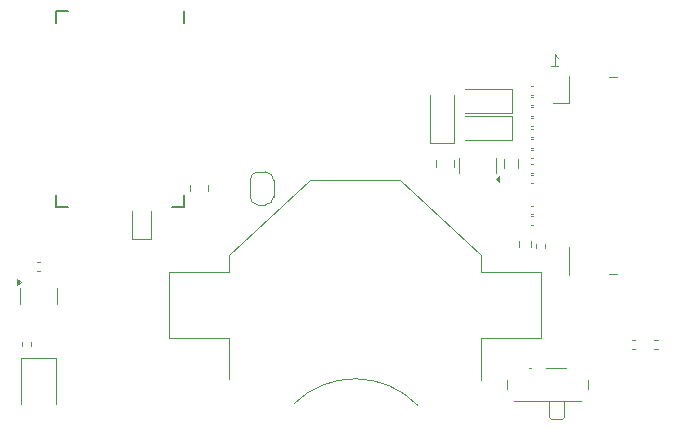
<source format=gbr>
%TF.GenerationSoftware,KiCad,Pcbnew,8.99.0-unknown-7a4b3602b9~181~ubuntu24.04.1*%
%TF.CreationDate,2024-12-15T13:41:47-05:00*%
%TF.ProjectId,nRF54L_ePaper,6e524635-344c-45f6-9550-617065722e6b,rev?*%
%TF.SameCoordinates,Original*%
%TF.FileFunction,Legend,Bot*%
%TF.FilePolarity,Positive*%
%FSLAX46Y46*%
G04 Gerber Fmt 4.6, Leading zero omitted, Abs format (unit mm)*
G04 Created by KiCad (PCBNEW 8.99.0-unknown-7a4b3602b9~181~ubuntu24.04.1) date 2024-12-15 13:41:47*
%MOMM*%
%LPD*%
G01*
G04 APERTURE LIST*
%ADD10C,0.100000*%
%ADD11C,0.120000*%
%ADD12C,0.150000*%
G04 APERTURE END LIST*
D10*
X145602306Y-43762419D02*
X146173734Y-43762419D01*
X145888020Y-43762419D02*
X145888020Y-42762419D01*
X145888020Y-42762419D02*
X145983258Y-42905276D01*
X145983258Y-42905276D02*
X146078496Y-43000514D01*
X146078496Y-43000514D02*
X146173734Y-43048133D01*
D11*
%TO.C,R7*%
X102353641Y-60320000D02*
X102046359Y-60320000D01*
X102353641Y-61080000D02*
X102046359Y-61080000D01*
%TO.C,R9*%
X152743641Y-66920000D02*
X152436359Y-66920000D01*
X152743641Y-67680000D02*
X152436359Y-67680000D01*
%TO.C,R8*%
X100820000Y-67453641D02*
X100820000Y-67146359D01*
X101580000Y-67453641D02*
X101580000Y-67146359D01*
%TO.C,C23*%
X144082836Y-55565000D02*
X143867164Y-55565000D01*
X144082836Y-56285000D02*
X143867164Y-56285000D01*
%TO.C,D1*%
X135375000Y-46225000D02*
X135375000Y-50235000D01*
X135375000Y-50235000D02*
X137375000Y-50235000D01*
X137375000Y-46225000D02*
X137375000Y-50235000D01*
%TO.C,J2*%
X145800000Y-46900000D02*
X147100000Y-46900000D01*
X147100000Y-44600000D02*
X147100000Y-46900000D01*
X147100000Y-61400000D02*
X147100000Y-59100000D01*
X151180000Y-44630000D02*
X150500000Y-44630000D01*
X151180000Y-61370000D02*
X150500000Y-61370000D01*
%TO.C,C14*%
X144107836Y-46340000D02*
X143892164Y-46340000D01*
X144107836Y-47060000D02*
X143892164Y-47060000D01*
%TO.C,JP1*%
X120100000Y-54800000D02*
X120100000Y-53400000D01*
X120800000Y-52700000D02*
X121400000Y-52700000D01*
X121400000Y-55500000D02*
X120800000Y-55500000D01*
X122100000Y-53400000D02*
X122100000Y-54800000D01*
X120100000Y-53400000D02*
G75*
G02*
X120800000Y-52700000I700000J0D01*
G01*
X120800000Y-55500000D02*
G75*
G02*
X120100000Y-54800000I-1J699999D01*
G01*
X121400000Y-52700000D02*
G75*
G02*
X122100000Y-53400000I0J-700000D01*
G01*
X122100000Y-54800000D02*
G75*
G02*
X121400000Y-55500000I-699999J-1D01*
G01*
%TO.C,D3*%
X138300000Y-45700000D02*
X142310000Y-45700000D01*
X138300000Y-47700000D02*
X142310000Y-47700000D01*
X142310000Y-47700000D02*
X142310000Y-45700000D01*
%TO.C,C24*%
X144082836Y-56440000D02*
X143867164Y-56440000D01*
X144082836Y-57160000D02*
X143867164Y-57160000D01*
%TO.C,C20*%
X144107836Y-50840000D02*
X143892164Y-50840000D01*
X144107836Y-51560000D02*
X143892164Y-51560000D01*
%TO.C,R1*%
X144320000Y-59153641D02*
X144320000Y-58846359D01*
X145080000Y-59153641D02*
X145080000Y-58846359D01*
%TO.C,C15*%
X144107836Y-47240000D02*
X143892164Y-47240000D01*
X144107836Y-47960000D02*
X143892164Y-47960000D01*
%TO.C,R3*%
X142877500Y-59037258D02*
X142877500Y-58562742D01*
X143922500Y-59037258D02*
X143922500Y-58562742D01*
%TO.C,C22*%
X144107836Y-52040000D02*
X143892164Y-52040000D01*
X144107836Y-52760000D02*
X143892164Y-52760000D01*
%TO.C,C19*%
X144107836Y-49940000D02*
X143892164Y-49940000D01*
X144107836Y-50660000D02*
X143892164Y-50660000D01*
%TO.C,R10*%
X154336359Y-66920000D02*
X154643641Y-66920000D01*
X154336359Y-67680000D02*
X154643641Y-67680000D01*
%TO.C,BT1*%
X113250000Y-66800000D02*
X113250000Y-61200000D01*
X118320000Y-59750000D02*
X118320000Y-61200000D01*
X118320000Y-61200000D02*
X113250000Y-61200000D01*
X118320000Y-66800000D02*
X113250000Y-66800000D01*
X118320000Y-70280000D02*
X118320000Y-66800000D01*
X125200000Y-53370000D02*
X118320000Y-59750000D01*
X125200000Y-53370000D02*
X132800000Y-53370000D01*
X132800000Y-53370000D02*
X139680000Y-59750000D01*
X139680000Y-59750000D02*
X139680000Y-61200000D01*
X139680000Y-66800000D02*
X144750000Y-66800000D01*
X139680000Y-70350000D02*
X139680000Y-66800000D01*
X144750000Y-61200000D02*
X139680000Y-61200000D01*
X144750000Y-66800000D02*
X144750000Y-61200000D01*
X123830001Y-72330001D02*
G75*
G02*
X134306422Y-72467392I5169999J-5270000D01*
G01*
%TO.C,D4*%
X100740000Y-68465000D02*
X100740000Y-72350000D01*
X103660000Y-68465000D02*
X100740000Y-68465000D01*
X103660000Y-72350000D02*
X103660000Y-68465000D01*
%TO.C,Q2*%
X100640000Y-62550000D02*
X100640000Y-63200000D01*
X100640000Y-63850000D02*
X100640000Y-63200000D01*
X103760000Y-62550000D02*
X103760000Y-63200000D01*
X103760000Y-63850000D02*
X103760000Y-63200000D01*
X100690000Y-62037500D02*
X100360000Y-62277500D01*
X100360000Y-61797500D01*
X100690000Y-62037500D01*
G36*
X100690000Y-62037500D02*
G01*
X100360000Y-62277500D01*
X100360000Y-61797500D01*
X100690000Y-62037500D01*
G37*
%TO.C,C18*%
X144107836Y-49040000D02*
X143892164Y-49040000D01*
X144107836Y-49760000D02*
X143892164Y-49760000D01*
%TO.C,D2*%
X138305000Y-48000000D02*
X142315000Y-48000000D01*
X138305000Y-50000000D02*
X142315000Y-50000000D01*
X142315000Y-50000000D02*
X142315000Y-48000000D01*
%TO.C,C17*%
X144107836Y-48140000D02*
X143892164Y-48140000D01*
X144107836Y-48860000D02*
X143892164Y-48860000D01*
%TO.C,SW5*%
X141850000Y-70330000D02*
X141850000Y-71120000D01*
X142450000Y-72130000D02*
X148150000Y-72130000D01*
X143700000Y-69280000D02*
X143900000Y-69280000D01*
X145200000Y-69280000D02*
X146900000Y-69280000D01*
X145400000Y-72130000D02*
X145400000Y-73420000D01*
X145600000Y-73630000D02*
X145400000Y-73420000D01*
X145600000Y-73630000D02*
X146500000Y-73630000D01*
X146500000Y-73630000D02*
X146700000Y-73420000D01*
X146700000Y-73420000D02*
X146700000Y-72130000D01*
X148750000Y-71120000D02*
X148750000Y-70330000D01*
%TO.C,C1*%
X115065000Y-53838748D02*
X115065000Y-54361252D01*
X116535000Y-53838748D02*
X116535000Y-54361252D01*
%TO.C,C21*%
X144107836Y-52940000D02*
X143892164Y-52940000D01*
X144107836Y-53660000D02*
X143892164Y-53660000D01*
%TO.C,Y2*%
X110100000Y-55975000D02*
X110100000Y-58375000D01*
X110100000Y-58375000D02*
X111700000Y-58375000D01*
X111700000Y-58375000D02*
X111700000Y-55975000D01*
%TO.C,C13*%
X144107836Y-45440000D02*
X143892164Y-45440000D01*
X144107836Y-46160000D02*
X143892164Y-46160000D01*
%TO.C,C2*%
X135895000Y-51728748D02*
X135895000Y-52251252D01*
X137365000Y-51728748D02*
X137365000Y-52251252D01*
%TO.C,Q1*%
X137827500Y-51500000D02*
X137827500Y-52150000D01*
X137827500Y-52800000D02*
X137827500Y-52150000D01*
X140947500Y-51500000D02*
X140947500Y-52150000D01*
X140947500Y-52800000D02*
X140947500Y-52150000D01*
X141227500Y-53552500D02*
X140897500Y-53312500D01*
X141227500Y-53072500D01*
X141227500Y-53552500D01*
G36*
X141227500Y-53552500D02*
G01*
X140897500Y-53312500D01*
X141227500Y-53072500D01*
X141227500Y-53552500D01*
G37*
D12*
%TO.C,U1*%
X103700000Y-39100000D02*
X104700000Y-39100000D01*
X103700000Y-40100000D02*
X103700000Y-39100000D01*
X103700000Y-55700000D02*
X103700000Y-54700000D01*
X104700000Y-55700000D02*
X103700000Y-55700000D01*
X113500000Y-55700000D02*
X114500000Y-55700000D01*
X114500000Y-39100000D02*
X114500000Y-40100000D01*
X114500000Y-55700000D02*
X114500000Y-54700000D01*
D11*
%TO.C,L4*%
X141640000Y-52399622D02*
X141640000Y-51600378D01*
X142760000Y-52399622D02*
X142760000Y-51600378D01*
%TD*%
M02*

</source>
